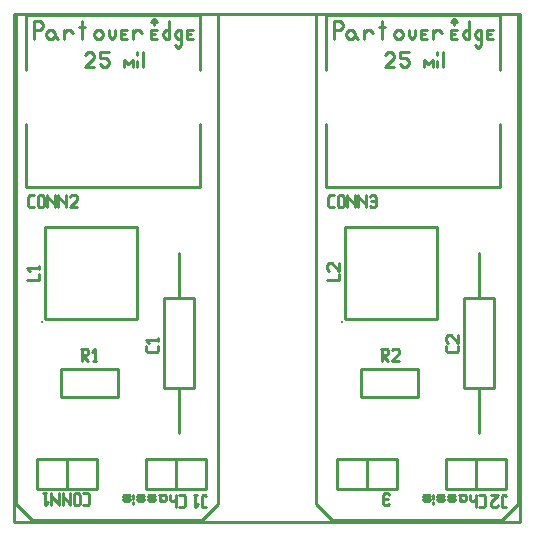
<source format=gbr>
G04 start of page 8 for group -4079 idx -4079 *
G04 Title: (unknown), topsilk *
G04 Creator: pcb 20110918 *
G04 CreationDate: Thu Mar  7 18:25:08 2013 UTC *
G04 For: fosse *
G04 Format: Gerber/RS-274X *
G04 PCB-Dimensions: 200000 200000 *
G04 PCB-Coordinate-Origin: lower left *
%MOIN*%
%FSLAX25Y25*%
%LNTOPSILK*%
%ADD56C,0.0110*%
%ADD55C,0.0100*%
G54D55*X64000Y29500D02*X69500Y35000D01*
X164000Y29500D02*X169500Y35000D01*
X107500Y29500D02*X164000D01*
X102000Y35000D02*X107500Y29500D01*
X7500D02*X64000D01*
X2000Y35000D02*X7500Y29500D01*
X2000Y197500D02*Y35000D01*
X69500D02*Y197500D01*
X169500Y35000D02*Y197500D01*
X102000D02*Y35000D01*
X169990Y29010D02*Y198350D01*
X1500Y198360D02*X169990D01*
X1500D02*Y29010D01*
X169990D01*
X56520Y37950D02*X58005D01*
X58500Y37455D02*X58005Y37950D01*
X58500Y37455D02*Y34485D01*
X58005Y33990D01*
X56520D02*X58005D01*
X55332Y37950D02*Y33990D01*
Y36465D02*X54837Y35970D01*
X53847D02*X54837D01*
X53847D02*X53352Y36465D01*
Y37950D02*Y36465D01*
X50679Y35970D02*X50184Y36465D01*
X50679Y35970D02*X51669D01*
X52164Y36465D02*X51669Y35970D01*
X52164Y37455D02*Y36465D01*
Y37455D02*X51669Y37950D01*
X50184Y37455D02*Y35970D01*
Y37455D02*X49689Y37950D01*
X50679D02*X51669D01*
X50679D02*X50184Y37455D01*
X46521Y37950D02*X48006D01*
X46521D02*X46026Y37455D01*
X46521Y36960D02*X46026Y37455D01*
X46521Y36960D02*X48006D01*
X48501Y36465D02*X48006Y36960D01*
X48501Y36465D02*X48006Y35970D01*
X46521D02*X48006D01*
X46521D02*X46026Y36465D01*
X48501Y37455D02*X48006Y37950D01*
X42858D02*X44343D01*
X42858D02*X42363Y37455D01*
X42858Y36960D02*X42363Y37455D01*
X42858Y36960D02*X44343D01*
X44838Y36465D02*X44343Y36960D01*
X44838Y36465D02*X44343Y35970D01*
X42858D02*X44343D01*
X42858D02*X42363Y36465D01*
X44838Y37455D02*X44343Y37950D01*
X41175Y35475D02*Y34980D01*
Y37950D02*Y36465D01*
X38205Y37950D02*X39690D01*
X38205D02*X37710Y37455D01*
X38205Y36960D02*X37710Y37455D01*
X38205Y36960D02*X39690D01*
X40185Y36465D02*X39690Y36960D01*
X40185Y36465D02*X39690Y35970D01*
X38205D02*X39690D01*
X38205D02*X37710Y36465D01*
X40185Y37455D02*X39690Y37950D01*
X156520D02*X158005D01*
X158500Y37455D02*X158005Y37950D01*
X158500Y37455D02*Y34485D01*
X158005Y33990D01*
X156520D02*X158005D01*
X155332Y37950D02*Y33990D01*
Y36465D02*X154837Y35970D01*
X153847D02*X154837D01*
X153847D02*X153352Y36465D01*
Y37950D02*Y36465D01*
X150679Y35970D02*X150184Y36465D01*
X150679Y35970D02*X151669D01*
X152164Y36465D02*X151669Y35970D01*
X152164Y37455D02*Y36465D01*
Y37455D02*X151669Y37950D01*
X150184Y37455D02*Y35970D01*
Y37455D02*X149689Y37950D01*
X150679D02*X151669D01*
X150679D02*X150184Y37455D01*
X146521Y37950D02*X148006D01*
X146521D02*X146026Y37455D01*
X146521Y36960D02*X146026Y37455D01*
X146521Y36960D02*X148006D01*
X148501Y36465D02*X148006Y36960D01*
X148501Y36465D02*X148006Y35970D01*
X146521D02*X148006D01*
X146521D02*X146026Y36465D01*
X148501Y37455D02*X148006Y37950D01*
X142858D02*X144343D01*
X142858D02*X142363Y37455D01*
X142858Y36960D02*X142363Y37455D01*
X142858Y36960D02*X144343D01*
X144838Y36465D02*X144343Y36960D01*
X144838Y36465D02*X144343Y35970D01*
X142858D02*X144343D01*
X142858D02*X142363Y36465D01*
X144838Y37455D02*X144343Y37950D01*
X141175Y35475D02*Y34980D01*
Y37950D02*Y36465D01*
X138205Y37950D02*X139690D01*
X138205D02*X137710Y37455D01*
X138205Y36960D02*X137710Y37455D01*
X138205Y36960D02*X139690D01*
X140185Y36465D02*X139690Y36960D01*
X140185Y36465D02*X139690Y35970D01*
X138205D02*X139690D01*
X138205D02*X137710Y36465D01*
X140185Y37455D02*X139690Y37950D01*
X5500Y179500D02*Y197820D01*
X63500Y140650D02*Y161500D01*
X5500Y140650D02*X63500D01*
X5500Y197850D02*X63500D01*
Y179500D02*Y197850D01*
X5500Y140650D02*Y161500D01*
X25000Y180500D02*X28000D01*
X27000Y185500D02*X28000Y184500D01*
Y183500D01*
X25000Y180500D01*
X33000Y185500D02*X30000D01*
Y183500D01*
X32000D01*
X33000Y182500D01*
Y181500D01*
X32000Y180500D01*
X31000D01*
X30000Y181500D01*
X25000Y184500D02*X26000Y185500D01*
X27000D01*
X44500D02*Y180500D01*
X42500Y182500D02*Y180500D01*
Y184500D02*Y185500D01*
X41000Y180500D02*Y183000D01*
X39500Y181500D01*
X38000Y183000D01*
Y180500D01*
X8000Y196000D02*Y190000D01*
Y196000D02*X10000D01*
X11000Y195000D01*
Y194000D01*
X10000Y193000D01*
X8000D01*
X13000D02*X12000Y192000D01*
Y191000D01*
X13000Y190000D01*
X14000D01*
X15000Y191000D01*
Y192000D01*
X14000Y193000D01*
X13000D01*
X15000Y191000D02*X16000Y190000D01*
X21000Y192000D02*X20000Y193000D01*
X19000D01*
X18000Y192000D01*
Y190000D02*Y193000D01*
X24000Y196000D02*Y190000D01*
X25000Y194000D02*X23000D01*
X29000Y190000D02*X28000Y191000D01*
Y192000D01*
X29000Y193000D01*
X30000D01*
X31000Y192000D01*
Y191000D01*
X30000Y190000D01*
X29000D01*
X33000Y193000D02*Y191000D01*
X34000Y190000D01*
X35000Y191000D01*
Y193000D01*
X37000Y190000D02*X39000D01*
Y193000D02*X37000D01*
Y190000D01*
X43000Y193000D02*X42000D01*
X41000Y192000D01*
Y190000D02*Y193000D01*
X44000Y192000D02*X43000Y193000D01*
X47000Y190000D02*X49000D01*
Y193000D02*X47000D01*
Y190000D01*
X53000Y193000D02*X52000D01*
X51000Y192000D01*
Y191000D01*
X52000Y190000D01*
X53000D01*
Y196000D01*
X57000Y193000D02*X56000D01*
X55000Y192000D01*
Y191000D01*
X56000Y190000D01*
X57000D01*
Y193000D02*Y188000D01*
X56000Y187000D01*
X55000Y188000D01*
X59000Y190000D02*X61000D01*
Y193000D02*X59000D01*
Y190000D01*
X60500Y191500D02*X59000D01*
X48500D02*X47000D01*
X38500D02*X37000D01*
X48000Y196500D02*X47000Y195500D01*
X48000Y196500D02*X49000Y195500D01*
X48000Y194500D02*Y196500D01*
X45500Y50000D02*X65500D01*
X45500D02*Y40000D01*
X65500D01*
Y50000D02*Y40000D01*
X55500Y50000D02*Y40000D01*
X65500D01*
G54D56*X17000Y79900D02*X36100D01*
X17000D02*Y70600D01*
X36100D01*
Y79900D02*Y70600D01*
G54D55*X19000Y40000D02*X29000D01*
X19000Y50000D02*Y40000D01*
X29000Y50000D02*Y40000D01*
X9000D02*X29000D01*
X9000Y50000D02*Y40000D01*
Y50000D02*X29000D01*
X51500Y73500D02*X61500D01*
Y103500D02*Y73500D01*
X51500Y103500D02*X61500D01*
X51500D02*Y73500D01*
X56500Y118500D02*Y103500D01*
Y73500D02*Y58500D01*
X10814Y95509D03*
X11800Y96493D02*X42508D01*
Y127202D02*Y96493D01*
X11800Y127202D02*X42508D01*
X11800D02*Y96493D01*
X145500Y50000D02*X165500D01*
X145500D02*Y40000D01*
X165500D01*
Y50000D02*Y40000D01*
X155500Y50000D02*Y40000D01*
X165500D01*
G54D56*X117000Y79900D02*X136100D01*
X117000D02*Y70600D01*
X136100D01*
Y79900D02*Y70600D01*
G54D55*X119000Y40000D02*X129000D01*
X119000Y50000D02*Y40000D01*
X129000Y50000D02*Y40000D01*
X109000D02*X129000D01*
X109000Y50000D02*Y40000D01*
Y50000D02*X129000D01*
X151500Y73500D02*X161500D01*
Y103500D02*Y73500D01*
X151500Y103500D02*X161500D01*
X151500D02*Y73500D01*
X156500Y118500D02*Y103500D01*
Y73500D02*Y58500D01*
X105500Y179500D02*Y197820D01*
X163500Y140650D02*Y161500D01*
X105500Y140650D02*X163500D01*
X105500Y197850D02*X163500D01*
Y179500D02*Y197850D01*
X105500Y140650D02*Y161500D01*
X125000Y180500D02*X128000D01*
X127000Y185500D02*X128000Y184500D01*
Y183500D01*
X125000Y180500D01*
X133000Y185500D02*X130000D01*
Y183500D01*
X132000D01*
X133000Y182500D01*
Y181500D01*
X132000Y180500D01*
X131000D01*
X130000Y181500D01*
X125000Y184500D02*X126000Y185500D01*
X127000D01*
X144500D02*Y180500D01*
X142500Y182500D02*Y180500D01*
Y184500D02*Y185500D01*
X141000Y180500D02*Y183000D01*
X139500Y181500D01*
X138000Y183000D01*
Y180500D01*
X108000Y196000D02*Y190000D01*
Y196000D02*X110000D01*
X111000Y195000D01*
Y194000D01*
X110000Y193000D01*
X108000D01*
X113000D02*X112000Y192000D01*
Y191000D01*
X113000Y190000D01*
X114000D01*
X115000Y191000D01*
Y192000D01*
X114000Y193000D01*
X113000D01*
X115000Y191000D02*X116000Y190000D01*
X121000Y192000D02*X120000Y193000D01*
X119000D01*
X118000Y192000D01*
Y190000D02*Y193000D01*
X124000Y196000D02*Y190000D01*
X125000Y194000D02*X123000D01*
X129000Y190000D02*X128000Y191000D01*
Y192000D01*
X129000Y193000D01*
X130000D01*
X131000Y192000D01*
Y191000D01*
X130000Y190000D01*
X129000D01*
X133000Y193000D02*Y191000D01*
X134000Y190000D01*
X135000Y191000D01*
Y193000D01*
X137000Y190000D02*X139000D01*
Y193000D02*X137000D01*
Y190000D01*
X143000Y193000D02*X142000D01*
X141000Y192000D01*
Y190000D02*Y193000D01*
X144000Y192000D02*X143000Y193000D01*
X147000Y190000D02*X149000D01*
Y193000D02*X147000D01*
Y190000D01*
X153000Y193000D02*X152000D01*
X151000Y192000D01*
Y191000D01*
X152000Y190000D01*
X153000D01*
Y196000D01*
X157000Y193000D02*X156000D01*
X155000Y192000D01*
Y191000D01*
X156000Y190000D01*
X157000D01*
Y193000D02*Y188000D01*
X156000Y187000D01*
X155000Y188000D01*
X159000Y190000D02*X161000D01*
Y193000D02*X159000D01*
Y190000D01*
X160500Y191500D02*X159000D01*
X148500D02*X147000D01*
X138500D02*X137000D01*
X148000Y196500D02*X147000Y195500D01*
X148000Y196500D02*X149000Y195500D01*
X148000Y194500D02*Y196500D01*
X110814Y95509D03*
X111800Y96493D02*X142508D01*
Y127202D02*Y96493D01*
X111800Y127202D02*X142508D01*
X111800D02*Y96493D01*
X164000Y34000D02*X165500D01*
X164000Y37500D02*Y34000D01*
X164500Y38000D02*X164000Y37500D01*
X164500Y38000D02*X165000D01*
X165500Y37500D02*X165000Y38000D01*
X162800Y34500D02*X162300Y34000D01*
X160800D02*X162300D01*
X160800D02*X160300Y34500D01*
Y35500D02*Y34500D01*
X162800Y38000D02*X160300Y35500D01*
Y38000D02*X162800D01*
X64000Y34000D02*X65500D01*
X64000Y37500D02*Y34000D01*
X64500Y38000D02*X64000Y37500D01*
X64500Y38000D02*X65000D01*
X65500Y37500D02*X65000Y38000D01*
X61300D02*X62300D01*
X61800D02*Y34000D01*
X62800Y35000D02*X61800Y34000D01*
X23600Y86700D02*X25600D01*
X26100Y86200D01*
Y85200D01*
X25600Y84700D02*X26100Y85200D01*
X24100Y84700D02*X25600D01*
X24100Y86700D02*Y82700D01*
Y84700D02*X26100Y82700D01*
X27800D02*X28800D01*
X28300Y86700D02*Y82700D01*
X27300Y85700D02*X28300Y86700D01*
X24500Y38500D02*X26000D01*
X26500Y38000D02*X26000Y38500D01*
X26500Y38000D02*Y35000D01*
X26000Y34500D01*
X24500D02*X26000D01*
X23300Y38000D02*Y35000D01*
X22800Y34500D01*
X21800D02*X22800D01*
X21800D02*X21300Y35000D01*
Y38000D02*Y35000D01*
X21800Y38500D02*X21300Y38000D01*
X21800Y38500D02*X22800D01*
X23300Y38000D02*X22800Y38500D01*
X20100D02*Y34500D01*
Y35000D02*Y34500D01*
Y35000D02*X17600Y37500D01*
Y38500D02*Y34500D01*
X16400Y38500D02*Y34500D01*
Y35000D02*Y34500D01*
Y35000D02*X13900Y37500D01*
Y38500D02*Y34500D01*
X11200Y38500D02*X12200D01*
X11700D02*Y34500D01*
X12700Y35500D02*X11700Y34500D01*
X49500Y87500D02*Y86000D01*
X49000Y85500D02*X49500Y86000D01*
X46000Y85500D02*X49000D01*
X46000D02*X45500Y86000D01*
Y87500D02*Y86000D01*
X49500Y90200D02*Y89200D01*
X45500Y89700D02*X49500D01*
X46500Y88700D02*X45500Y89700D01*
X6640Y133760D02*X8140D01*
X6140Y134260D02*X6640Y133760D01*
X6140Y137260D02*Y134260D01*
Y137260D02*X6640Y137760D01*
X8140D01*
X9340Y137260D02*Y134260D01*
Y137260D02*X9840Y137760D01*
X10840D01*
X11340Y137260D01*
Y134260D01*
X10840Y133760D02*X11340Y134260D01*
X9840Y133760D02*X10840D01*
X9340Y134260D02*X9840Y133760D01*
X12540Y137760D02*Y133760D01*
Y137760D02*Y137260D01*
X15040Y134760D01*
Y137760D02*Y133760D01*
X16240Y137760D02*Y133760D01*
Y137760D02*Y137260D01*
X18740Y134760D01*
Y137760D02*Y133760D01*
X19940Y137260D02*X20440Y137760D01*
X21940D01*
X22440Y137260D01*
Y136260D01*
X19940Y133760D02*X22440Y136260D01*
X19940Y133760D02*X22440D01*
X5910Y109484D02*X9910D01*
Y111484D02*Y109484D01*
Y114184D02*Y113184D01*
X5910Y113684D02*X9910D01*
X6910Y112684D02*X5910Y113684D01*
X123600Y86700D02*X125600D01*
X126100Y86200D01*
Y85200D01*
X125600Y84700D02*X126100Y85200D01*
X124100Y84700D02*X125600D01*
X124100Y86700D02*Y82700D01*
Y84700D02*X126100Y82700D01*
X127300Y86200D02*X127800Y86700D01*
X129300D01*
X129800Y86200D01*
Y85200D01*
X127300Y82700D02*X129800Y85200D01*
X127300Y82700D02*X129800D01*
X126500Y35000D02*X126000Y34500D01*
X125000D02*X126000D01*
X125000D02*X124500Y35000D01*
Y38000D02*Y35000D01*
X125000Y38500D02*X124500Y38000D01*
X125000Y38500D02*X126000D01*
X126500Y38000D02*X126000Y38500D01*
X124500Y36500D02*X126000D01*
X149500Y87500D02*Y86000D01*
X149000Y85500D02*X149500Y86000D01*
X146000Y85500D02*X149000D01*
X146000D02*X145500Y86000D01*
Y87500D02*Y86000D01*
X146000Y88700D02*X145500Y89200D01*
Y90700D02*Y89200D01*
Y90700D02*X146000Y91200D01*
X147000D01*
X149500Y88700D02*X147000Y91200D01*
X149500D02*Y88700D01*
X106640Y133760D02*X108140D01*
X106140Y134260D02*X106640Y133760D01*
X106140Y137260D02*Y134260D01*
Y137260D02*X106640Y137760D01*
X108140D01*
X109340Y137260D02*Y134260D01*
Y137260D02*X109840Y137760D01*
X110840D01*
X111340Y137260D01*
Y134260D01*
X110840Y133760D02*X111340Y134260D01*
X109840Y133760D02*X110840D01*
X109340Y134260D02*X109840Y133760D01*
X112540Y137760D02*Y133760D01*
Y137760D02*Y137260D01*
X115040Y134760D01*
Y137760D02*Y133760D01*
X116240Y137760D02*Y133760D01*
Y137760D02*Y137260D01*
X118740Y134760D01*
Y137760D02*Y133760D01*
X119940Y137260D02*X120440Y137760D01*
X121440D01*
X121940Y137260D01*
Y134260D01*
X121440Y133760D02*X121940Y134260D01*
X120440Y133760D02*X121440D01*
X119940Y134260D02*X120440Y133760D01*
Y135760D02*X121940D01*
X105910Y109484D02*X109910D01*
Y111484D02*Y109484D01*
X106410Y112684D02*X105910Y113184D01*
Y114684D02*Y113184D01*
Y114684D02*X106410Y115184D01*
X107410D01*
X109910Y112684D02*X107410Y115184D01*
X109910D02*Y112684D01*
M02*

</source>
